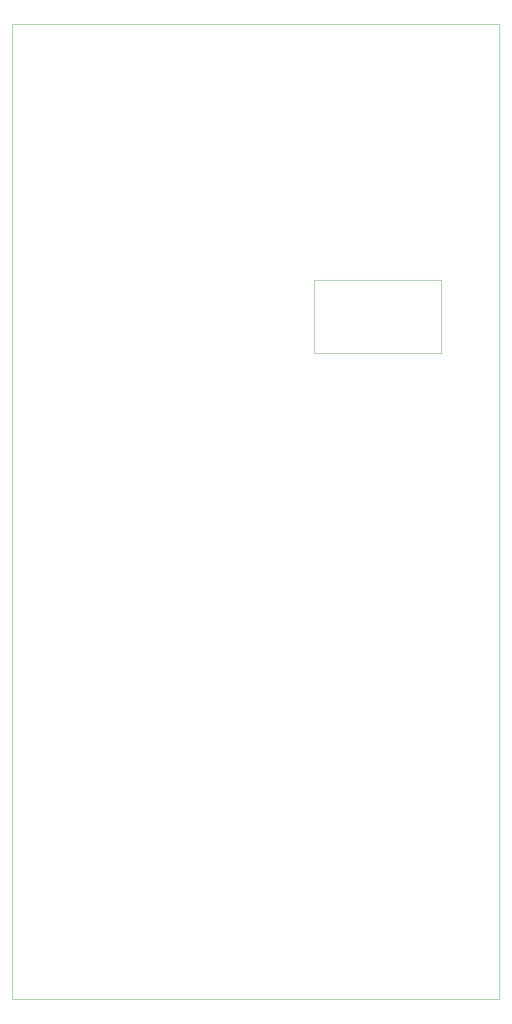
<source format=gbr>
G04 #@! TF.GenerationSoftware,KiCad,Pcbnew,5.1.12-84ad8e8a86~92~ubuntu20.04.1*
G04 #@! TF.CreationDate,2021-11-13T15:59:26-05:00*
G04 #@! TF.ProjectId,gearseq_panel,67656172-7365-4715-9f70-616e656c2e6b,rev?*
G04 #@! TF.SameCoordinates,Original*
G04 #@! TF.FileFunction,Profile,NP*
%FSLAX46Y46*%
G04 Gerber Fmt 4.6, Leading zero omitted, Abs format (unit mm)*
G04 Created by KiCad (PCBNEW 5.1.12-84ad8e8a86~92~ubuntu20.04.1) date 2021-11-13 15:59:26*
%MOMM*%
%LPD*%
G01*
G04 APERTURE LIST*
G04 #@! TA.AperFunction,Profile*
%ADD10C,0.100000*%
G04 #@! TD*
G04 #@! TA.AperFunction,Profile*
%ADD11C,0.120000*%
G04 #@! TD*
G04 APERTURE END LIST*
D10*
X100000000Y0D02*
X0Y0D01*
X100000000Y-200000000D02*
X100000000Y0D01*
X0Y-200000000D02*
X100000000Y-200000000D01*
X0Y0D02*
X0Y-200000000D01*
D11*
X88000000Y-52500000D02*
X88000000Y-67500000D01*
X62000000Y-52500000D02*
X88000000Y-52500000D01*
X62000000Y-67500000D02*
X62000000Y-52500000D01*
X88000000Y-67500000D02*
X62000000Y-67500000D01*
M02*

</source>
